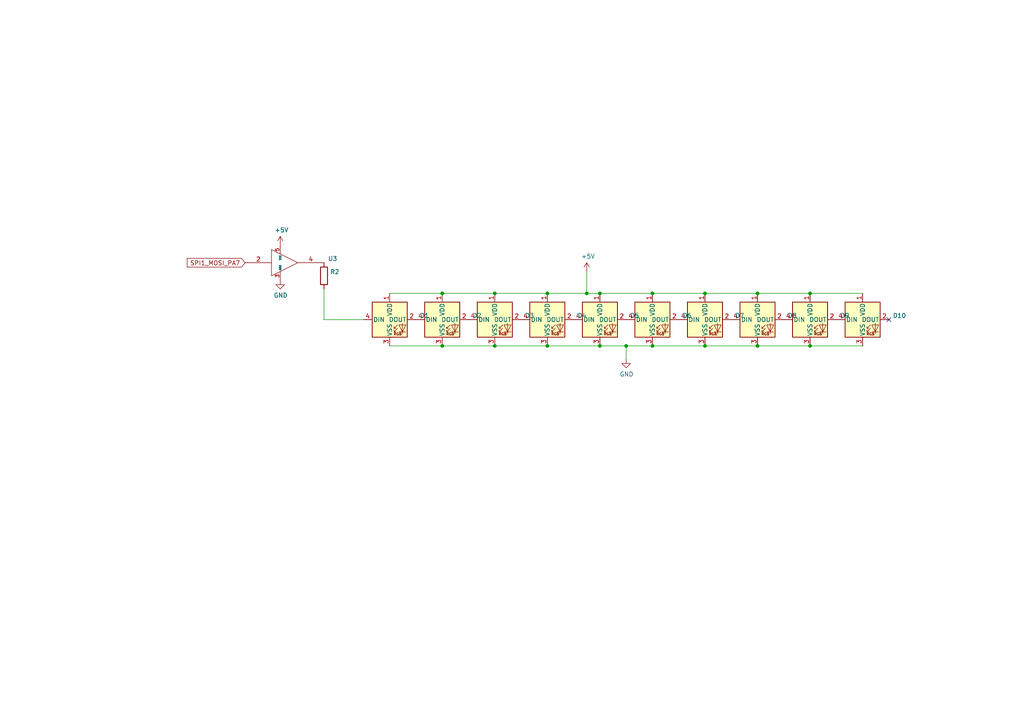
<source format=kicad_sch>
(kicad_sch (version 20211123) (generator eeschema)
  (paper "A4")
  (lib_symbols
    (symbol "Device:R" (pin_numbers hide) (pin_names (offset 0))
      (property "Reference" "R" (at 2.032 0 90))
      (property "Value" "R" (at 0 0 90))
      (symbol "R_0_1"
        (rectangle (start -1.016 -2.54) (end 1.016 2.54) (stroke (width 0.254)))
      )
      (symbol "R_1_1"
        (pin passive line (at 0 3.81 270) (length 1.27) (name "~") (number "1"))
        (pin passive line (at 0 -3.81 90) (length 1.27) (name "~") (number "2"))
      )
    )
    (symbol "LED:WS2812B" (pin_names (offset 0.254))
      (property "Reference" "D" (at 5.08 5.715 0))
      (property "Value" "WS2812B" (at 1.27 -5.715 0))
      (symbol "WS2812B_0_0"
        (text "RGB" (at 2.286 -4.191 0) (effects (font (size 0.762 0.762))))
      )
      (symbol "WS2812B_0_1"
        (polyline (pts (xy 1.27 -3.556) (xy 1.778 -3.556)))
        (polyline (pts (xy 1.27 -2.54) (xy 1.778 -2.54)))
        (polyline (pts (xy 4.699 -3.556) (xy 2.667 -3.556)))
        (polyline (pts (xy 2.286 -2.54) (xy 1.27 -3.556) (xy 1.27 -3.048)))
        (polyline (pts (xy 2.286 -1.524) (xy 1.27 -2.54) (xy 1.27 -2.032)))
        (polyline (pts (xy 3.683 -1.016) (xy 3.683 -3.556) (xy 3.683 -4.064)))
        (polyline (pts (xy 4.699 -1.524) (xy 2.667 -1.524) (xy 3.683 -3.556) (xy 4.699 -1.524)))
        (rectangle (start 5.08 5.08) (end -5.08 -5.08) (stroke (width 0.254)) (fill (type background)))
      )
      (symbol "WS2812B_1_1"
        (pin power_in line (at 0 7.62 270) (length 2.54) (name "VDD") (number "1"))
        (pin output line (at 7.62 0 180) (length 2.54) (name "DOUT") (number "2"))
        (pin power_in line (at 0 -7.62 90) (length 2.54) (name "VSS") (number "3"))
        (pin input line (at -7.62 0 0) (length 2.54) (name "DIN") (number "4"))
      )
    )
    (symbol "pouetpouet-rescue:74LVC1G34-74LVC1G34" (pin_names (offset 0.254))
      (property "Reference" "U" (at 2.54 3.81 0))
      (property "Value" "74LVC1G34-74LVC1G34" (at 5.08 -3.81 0))
      (symbol "74LVC1G34-74LVC1G34_0_0"
        (polyline (pts (xy -3.81 3.81) (xy -3.81 -3.81) (xy 3.81 0) (xy -3.81 3.81)))
        (pin power_in line (at -1.27 -5.08 90) (length 2.54) (name "GND") (number "3"))
        (pin power_in line (at -1.27 5.08 270) (length 2.54) (name "VCC") (number "5"))
      )
      (symbol "74LVC1G34-74LVC1G34_1_1"
        (pin input line (at -11.43 0 0) (length 7.62) (name "~") (number "2"))
        (pin output line (at 11.43 0 180) (length 7.62) (name "~") (number "4"))
      )
      (symbol "74LVC1G34-74LVC1G34_1_2"
        (pin input inverted (at -11.43 0 0) (length 7.62) (name "~") (number "2"))
        (pin output line (at 11.43 0 180) (length 7.62) (name "~") (number "4"))
      )
    )
    (symbol "power:+5V" (power) (pin_names (offset 0))
      (property "Value" "+5V" (at 0 3.556 0))
      (symbol "+5V_0_1"
        (polyline (pts (xy -0.762 1.27) (xy 0 2.54)))
        (polyline (pts (xy 0 0) (xy 0 2.54)))
        (polyline (pts (xy 0 2.54) (xy 0.762 1.27)))
      )
      (symbol "+5V_1_1"
        (pin power_in line (at 0 0 90) (length 0) hide (name "+5V") (number "1"))
      )
    )
    (symbol "power:GND" (power) (pin_names (offset 0))
      (property "Value" "GND" (at 0 -3.81 0))
      (symbol "GND_0_1"
        (polyline (pts (xy 0 0) (xy 0 -1.27) (xy 1.27 -1.27) (xy 0 -2.54) (xy -1.27 -1.27) (xy 0 -1.27)))
      )
      (symbol "GND_1_1"
        (pin power_in line (at 0 0 270) (length 0) hide (name "GND") (number "1"))
      )
    )
  )
  (junction (at 204.47 100.33))
  (junction (at 181.61 100.33))
  (junction (at 219.71 100.33))
  (junction (at 189.23 85.09))
  (junction (at 234.95 85.09))
  (junction (at 143.51 100.33))
  (junction (at 170.18 85.09))
  (junction (at 128.27 100.33))
  (junction (at 158.75 100.33))
  (junction (at 234.95 100.33))
  (junction (at 173.99 85.09))
  (junction (at 219.71 85.09))
  (junction (at 173.99 100.33))
  (junction (at 143.51 85.09))
  (junction (at 204.47 85.09))
  (junction (at 189.23 100.33))
  (junction (at 128.27 85.09))
  (junction (at 158.75 85.09))
  (no_connect (at 257.81 92.71))
  (wire (pts (xy 219.71 85.09) (xy 234.95 85.09)))
  (wire (pts (xy 93.98 83.82) (xy 93.98 92.71)))
  (wire (pts (xy 173.99 85.09) (xy 189.23 85.09)))
  (wire (pts (xy 234.95 100.33) (xy 250.19 100.33)))
  (wire (pts (xy 204.47 100.33) (xy 219.71 100.33)))
  (wire (pts (xy 181.61 104.14) (xy 181.61 100.33)))
  (wire (pts (xy 170.18 78.74) (xy 170.18 85.09)))
  (wire (pts (xy 234.95 85.09) (xy 250.19 85.09)))
  (wire (pts (xy 143.51 85.09) (xy 158.75 85.09)))
  (wire (pts (xy 173.99 100.33) (xy 181.61 100.33)))
  (wire (pts (xy 181.61 100.33) (xy 189.23 100.33)))
  (wire (pts (xy 158.75 100.33) (xy 173.99 100.33)))
  (wire (pts (xy 189.23 85.09) (xy 204.47 85.09)))
  (wire (pts (xy 189.23 100.33) (xy 204.47 100.33)))
  (wire (pts (xy 113.03 100.33) (xy 128.27 100.33)))
  (wire (pts (xy 158.75 85.09) (xy 170.18 85.09)))
  (wire (pts (xy 128.27 85.09) (xy 143.51 85.09)))
  (wire (pts (xy 113.03 85.09) (xy 128.27 85.09)))
  (wire (pts (xy 219.71 100.33) (xy 234.95 100.33)))
  (wire (pts (xy 170.18 85.09) (xy 173.99 85.09)))
  (wire (pts (xy 128.27 100.33) (xy 143.51 100.33)))
  (wire (pts (xy 204.47 85.09) (xy 219.71 85.09)))
  (wire (pts (xy 143.51 100.33) (xy 158.75 100.33)))
  (wire (pts (xy 93.98 92.71) (xy 105.41 92.71)))
  (global_label "SPI1_MOSI_PA7" (shape input) (at 71.12 76.2 180) (property "Intersheet References" "${INTERSHEET_REFS}" (effects hide)))
  (symbol (lib_id "power:+5V") (at 170.18 78.74 0) (unit 1)
    (property "Reference" "#PWR05" (effects hide))
  )
  (symbol (lib_id "LED:WS2812B") (at 128.27 92.71 0) (unit 1)
    (property "Reference" "D2" (at 137.0076 91.5416 0) (effects (justify left)))
    (property "Datasheet" "https://cdn-shop.adafruit.com/datasheets/WS2812B.pdf" (effects hide))
  )
  (symbol (lib_id "LED:WS2812B") (at 143.51 92.71 0) (unit 1)
    (property "Reference" "D3" (at 152.2476 91.5416 0) (effects (justify left)))
    (property "Datasheet" "https://cdn-shop.adafruit.com/datasheets/WS2812B.pdf" (effects hide))
  )
  (symbol (lib_id "LED:WS2812B") (at 113.03 92.71 0) (unit 1)
    (property "Reference" "D1" (at 121.7676 91.5416 0) (effects (justify left)))
    (property "Datasheet" "https://cdn-shop.adafruit.com/datasheets/WS2812B.pdf" (effects hide))
  )
  (symbol (lib_id "LED:WS2812B") (at 234.95 92.71 0) (unit 1)
    (property "Reference" "D9" (at 243.6876 91.5416 0) (effects (justify left)))
    (property "Datasheet" "https://cdn-shop.adafruit.com/datasheets/WS2812B.pdf" (effects hide))
  )
  (symbol (lib_id "LED:WS2812B") (at 158.75 92.71 0) (unit 1)
    (property "Reference" "D4" (at 167.4876 91.5416 0) (effects (justify left)))
    (property "Datasheet" "https://cdn-shop.adafruit.com/datasheets/WS2812B.pdf" (effects hide))
  )
  (symbol (lib_id "LED:WS2812B") (at 189.23 92.71 0) (unit 1)
    (property "Reference" "D6" (at 197.9676 91.5416 0) (effects (justify left)))
    (property "Datasheet" "https://cdn-shop.adafruit.com/datasheets/WS2812B.pdf" (effects hide))
  )
  (symbol (lib_id "LED:WS2812B") (at 204.47 92.71 0) (unit 1)
    (property "Reference" "D7" (at 213.2076 91.5416 0) (effects (justify left)))
    (property "Datasheet" "https://cdn-shop.adafruit.com/datasheets/WS2812B.pdf" (effects hide))
  )
  (symbol (lib_id "LED:WS2812B") (at 173.99 92.71 0) (unit 1)
    (property "Reference" "D5" (at 182.7276 91.5416 0) (effects (justify left)))
    (property "Datasheet" "https://cdn-shop.adafruit.com/datasheets/WS2812B.pdf" (effects hide))
  )
  (symbol (lib_id "LED:WS2812B") (at 219.71 92.71 0) (unit 1)
    (property "Reference" "D8" (at 228.4476 91.5416 0) (effects (justify left)))
    (property "Datasheet" "https://cdn-shop.adafruit.com/datasheets/WS2812B.pdf" (effects hide))
  )
  (symbol (lib_id "power:GND") (at 181.61 104.14 0) (unit 1)
    (property "Reference" "#PWR0114" (effects hide))
  )
  (symbol (lib_id "LED:WS2812B") (at 250.19 92.71 0) (unit 1)
    (property "Reference" "D10" (at 258.9276 91.5416 0) (effects (justify left)))
    (property "Datasheet" "https://cdn-shop.adafruit.com/datasheets/WS2812B.pdf" (effects hide))
  )
  (symbol (lib_id "pouetpouet-rescue:74LVC1G34-74LVC1G34") (at 82.55 76.2 0) (unit 1)
    (property "Reference" "U3" (at 95.0976 75.0316 0) (effects (justify left)))
  )
  (symbol (lib_id "power:+5V") (at 81.28 71.12 0) (unit 1)
    (property "Reference" "#PWR0115" (effects hide))
  )
  (symbol (lib_id "power:GND") (at 81.28 81.28 0) (unit 1)
    (property "Reference" "#PWR0116" (effects hide))
  )
  (symbol (lib_id "Device:R") (at 93.98 80.01 0) (unit 1)
    (property "Reference" "R2" (at 95.758 78.8416 0) (effects (justify left)))
  )
)
</source>
